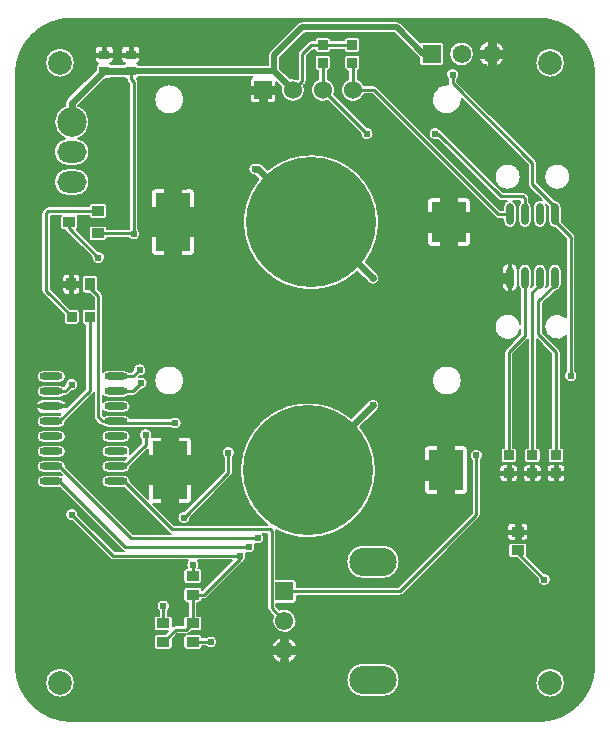
<source format=gbl>
G04 Layer: BottomLayer*
G04 EasyEDA Pro v2.2.27.1, 2024-09-03 10:08:37*
G04 Gerber Generator version 0.3*
G04 Scale: 100 percent, Rotated: No, Reflected: No*
G04 Dimensions in millimeters*
G04 Leading zeros omitted, absolute positions, 3 integers and 5 decimals*
%FSLAX35Y35*%
%MOMM*%
%ADD10C,0.2032*%
%ADD11C,0.79248*%
%ADD12C,0.78008*%
%ADD13C,0.76708*%
%ADD14C,0.32008*%
%ADD15C,0.93758*%
%ADD16C,0.40832*%
%ADD17C,0.4436*%
%ADD18C,0.43708*%
%ADD19C,0.41148*%
%ADD20C,0.55118*%
%ADD21C,1.75508*%
%ADD22C,1.50508*%
%ADD23C,2.50507*%
%ADD24C,0.40508*%
%ADD25C,0.45508*%
%ADD26C,0.30608*%
%ADD27R,1.524X1.524*%
%ADD28C,1.524*%
%ADD29R,0.86401X0.80648*%
%ADD30R,0.86401X0.80648*%
%ADD31R,1.0922X0.8128*%
%ADD32R,1.0922X0.8128*%
%ADD33R,1.55001X1.55001*%
%ADD34C,1.55001*%
%ADD35O,3.99999X2.4*%
%ADD36C,2.49999*%
%ADD37O,2.49999X1.8*%
%ADD38R,0.9X0.8*%
%ADD39R,1.016X0.8128*%
%ADD40R,0.80648X0.86401*%
%ADD41R,1.0922X0.8128*%
%ADD42R,0.8128X1.0922*%
%ADD43O,1.97099X0.60201*%
%ADD44R,2.99999X3.49999*%
%ADD45R,2.99999X4.99999*%
%ADD46C,10.99998*%
%ADD47O,0.63X1.865*%
%ADD48C,1.5748*%
%ADD49R,1.5748X1.5748*%
%ADD50C,2.0*%
%ADD51C,0.61001*%
%ADD52C,0.6096*%
%ADD53C,0.254*%
%ADD54C,0.6*%
%ADD55C,0.5*%
G75*


G04 Copper Start*
G36*
G01X25654Y5500000D02*
G02X500000Y5974346I474346J0D01*
G01X4450000Y5974346D01*
G02X4924346Y5500000I0J-474346D01*
G01X4924346Y500000D01*
G02X4450000Y25654I-474346J0D01*
G01X505310Y25654D01*
G03X499282Y26372I-6028J-24936D01*
G02X25654Y500000I0J473628D01*
G01X25654Y5500000D01*
G37*
%LPC*%
G36*
G01X460406Y2683256D02*
G03X394891Y2756414I-65515J7244D01*
G01X257993Y2756414D01*
G03X257993Y2624586I0J-65914D01*
G01X394891Y2624586D01*
G03X402136Y2624985I0J65914D01*
G01X396385Y2619234D01*
G01X394891Y2619254D01*
G01X257993Y2619254D01*
G03X257993Y2507746I0J-55754D01*
G01X394891Y2507746D01*
G03X450626Y2564994I0J55754D01*
G01X677457Y2791825D01*
G03X686646Y2806590I-27120J27120D01*
G01X686646Y2600000D01*
G03X697880Y2572880I38354J0D01*
G01X734380Y2536380D01*
G03X761500Y2525146I27120J27120D01*
G01X764643Y2525146D01*
G03X805109Y2507746I40466J38354D01*
G01X942007Y2507746D01*
G03X962494Y2511646I0J55754D01*
G01X1333984Y2511646D01*
G03X1431154Y2550000I41016J38354D01*
G03X1333984Y2588354I-56154J0D01*
G01X991915Y2588354D01*
G03X942007Y2619254I-49908J-24854D01*
G01X805109Y2619254D01*
G03X771361Y2607880I0J-55754D01*
G01X763354Y2615887D01*
G01X763354Y2653553D01*
G03X805109Y2634746I41755J36947D01*
G01X942007Y2634746D01*
G03X942007Y2746254I0J55754D01*
G01X805109Y2746254D01*
G03X763354Y2727447I0J-55754D01*
G01X763354Y2780553D01*
G03X805109Y2761746I41755J36947D01*
G01X942007Y2761746D01*
G03X982473Y2779146I0J55754D01*
G01X1017500Y2779146D01*
G03X1044621Y2790380I0J38354D01*
G01X1085618Y2831377D01*
G03X1143102Y2895354I1882J56123D01*
G03X1070147Y2940906I-55602J-7854D01*
G01X1073118Y2943877D01*
G03X1114707Y3039707I1882J56123D01*
G03X1018877Y2998118I-39707J-39707D01*
G01X1003613Y2982854D01*
G01X982473Y2982854D01*
G03X942007Y3000254I-40466J-38354D01*
G01X805109Y3000254D01*
G03X763354Y2981447I0J-55754D01*
G01X763354Y3625000D01*
G03X752120Y3652120I-38354J0D01*
G01X720034Y3684207D01*
G01X720034Y3779610D01*
G03X694380Y3805264I-25654J0D01*
G01X613100Y3805264D01*
G03X587446Y3779610I0J-25654D01*
G01X587446Y3670390D01*
G03X613100Y3644736I25654J0D01*
G01X651023Y3644736D01*
G01X686646Y3609113D01*
G01X686646Y3518855D01*
G01X610013Y3518855D01*
G03X584359Y3493201I0J-25654D01*
G01X584359Y3406800D01*
G03X610013Y3381146I25654J0D01*
G01X611983Y3381146D01*
G01X611983Y2834832D01*
G01X460406Y2683256D01*
G37*
G36*
G01X257993Y2253746D02*
G01X394891Y2253746D01*
G03X394891Y2365254I0J55754D01*
G01X257993Y2365254D01*
G03X257993Y2253746I0J-55754D01*
G37*
G36*
G01X257993Y2380746D02*
G01X394891Y2380746D01*
G03X394891Y2492254I0J55754D01*
G01X257993Y2492254D01*
G03X257993Y2380746I0J-55754D01*
G37*
G36*
G01X430860Y2860101D02*
G03X394891Y2873254I-35969J-42601D01*
G01X257993Y2873254D01*
G03X257993Y2761746I0J-55754D01*
G01X394891Y2761746D01*
G03X435357Y2779146I0J55754D01*
G01X442500Y2779146D01*
G03X469620Y2790380I0J38354D01*
G01X498118Y2818877D01*
G03X539707Y2914707I1882J56123D01*
G03X443877Y2873118I-39707J-39707D01*
G01X430860Y2860101D01*
G37*
G36*
G01X257993Y2888746D02*
G01X394891Y2888746D01*
G03X394891Y3000254I0J55754D01*
G01X257993Y3000254D01*
G03X257993Y2888746I0J-55754D01*
G37*
G36*
G01X450626Y2181007D02*
G03X394891Y2238254I-55734J1494D01*
G01X257993Y2238254D01*
G03X257993Y2126746I0J-55754D01*
G01X394891Y2126746D01*
G01X396385Y2126766D01*
G01X416079Y2107072D01*
G03X394891Y2111254I-21188J-51571D01*
G01X257993Y2111254D01*
G03X257993Y1999746I0J-55754D01*
G01X394891Y1999746D01*
G01X396385Y1999766D01*
G01X420212Y1975939D01*
G03X423267Y1972492I30176J23674D01*
G01X922880Y1472880D01*
G03X938682Y1463354I27120J27120D01*
G01X865887Y1463354D01*
G01X556123Y1773118D01*
G03X460293Y1814707I-56123J1882D01*
G03X501882Y1718877I39707J-39707D01*
G01X822880Y1397880D01*
G03X850000Y1386646I27120J27120D01*
G01X1482451Y1386646D01*
G03X1477510Y1320034I42549J-36646D01*
G01X1470390Y1320034D01*
G03X1444736Y1294380I0J-25654D01*
G01X1444736Y1213100D01*
G03X1470390Y1187446I25654J0D01*
G01X1579610Y1187446D01*
G03X1605264Y1213100I0J25654D01*
G01X1605264Y1294380D01*
G03X1579610Y1320034I-25654J0D01*
G01X1572490Y1320034D01*
G03X1567549Y1386646I-47490J29966D01*
G01X1857405Y1386646D01*
G01X1605373Y1134614D01*
G01X1605112Y1134614D01*
G01X1605264Y1136900D01*
G03X1579610Y1162554I-25654J0D01*
G01X1470390Y1162554D01*
G03X1444736Y1136900I0J-25654D01*
G01X1444736Y1055620D01*
G03X1470390Y1029966I25654J0D01*
G01X1486646Y1029966D01*
G01X1486646Y920034D01*
G01X1470390Y920034D01*
G03X1444736Y894380I0J-25654D01*
G01X1444736Y838354D01*
G01X1378740Y838354D01*
G03X1355264Y830330I0J-38354D01*
G01X1355264Y894380D01*
G03X1329610Y920034I-25654J0D01*
G01X1313354Y920034D01*
G01X1313354Y958984D01*
G03X1275000Y1056154I-38354J41016D01*
G03X1236646Y958984I0J-56154D01*
G01X1236646Y920034D01*
G01X1220390Y920034D01*
G03X1194736Y894380I0J-25654D01*
G01X1194736Y813100D01*
G03X1220390Y787446I25654J0D01*
G01X1311945Y787446D01*
G01X1287053Y762554D01*
G01X1220390Y762554D01*
G03X1194736Y736900I0J-25654D01*
G01X1194736Y655620D01*
G03X1220390Y629966I25654J0D01*
G01X1329610Y629966D01*
G03X1355264Y655620I0J25654D01*
G01X1355264Y722283D01*
G01X1394627Y761646D01*
G01X1463625Y761646D01*
G03X1444736Y736900I6765J-24746D01*
G01X1444736Y655620D01*
G03X1470390Y629966I25654J0D01*
G01X1579610Y629966D01*
G03X1605264Y655620I0J25654D01*
G01X1605264Y657906D01*
G01X1633984Y657906D01*
G03X1731154Y696260I41016J38354D01*
G03X1633984Y734614I-56154J0D01*
G01X1605264Y734614D01*
G01X1605264Y736900D01*
G03X1579610Y762554I-25654J0D01*
G01X1479556Y762554D01*
G03X1498380Y772880I-8296J37446D01*
G01X1512947Y787446D01*
G01X1579610Y787446D01*
G03X1605264Y813100I0J25654D01*
G01X1605264Y894380D01*
G03X1579610Y920034I-25654J0D01*
G01X1563354Y920034D01*
G01X1563354Y1029966D01*
G01X1579610Y1029966D01*
G03X1605264Y1055620I0J25654D01*
G01X1605264Y1057906D01*
G01X1621260Y1057906D01*
G03X1648381Y1069140I0J38354D01*
G01X1952120Y1372880D01*
G03X1956998Y1378854I-27120J27120D01*
G03X1975554Y1449446I-31998J46146D01*
G03X2050554Y1524446I24446J50554D01*
G03X2117549Y1611646I24446J50554D01*
G01X2154607Y1611646D01*
G01X2154607Y982028D01*
G03X2165840Y954908I38354J0D01*
G01X2205156Y915592D01*
G03X2372930Y802059I94832J-40592D01*
G03X2259397Y969832I-72941J72941D01*
G01X2231315Y997915D01*
G01X2231315Y1021832D01*
G01X2377489Y1021832D01*
G03X2403143Y1047486I0J25654D01*
G01X2403143Y1086633D01*
G01X3274987Y1086633D01*
G03X3302107Y1097866I0J38354D01*
G01X3952120Y1747880D01*
G03X3963354Y1775000I-27120J27120D01*
G01X3963354Y2233984D01*
G03X3925000Y2331154I-38354J41016D01*
G03X3886646Y2233984I0J-56154D01*
G01X3886646Y1790887D01*
G01X3259100Y1163341D01*
G01X2403143Y1163341D01*
G01X2403143Y1202487D01*
G03X2377489Y1228141I-25654J0D01*
G01X2231315Y1228141D01*
G01X2231315Y1632040D01*
G03X2230122Y1641530I-38354J0D01*
G03X2944495Y2515788I269878J508470D01*
G01X3084064Y2655358D01*
G03X3089707Y2739707I-34064J44642D01*
G03X3005358Y2734064I-39707J-39707D01*
G01X2865788Y2594495D01*
G03X2046797Y2504942I-365788J-444495D01*
G03X2156112Y1688354I453203J-354942D01*
G01X1363394Y1688354D01*
G01X1187562Y1864187D01*
G01X1481600Y1864187D01*
G03X1517414Y1900001I0J35814D01*
G01X1517414Y2400000D01*
G03X1481600Y2435814I-35814J0D01*
G01X1181600Y2435814D01*
G01X1179314Y2435740D01*
G03X1109423Y2503951I-54314J14260D01*
G03X1086646Y2408985I15577J-53951D01*
G01X1086646Y2381380D01*
G01X993579Y2288312D01*
G03X942007Y2365254I-51571J21188D01*
G01X805109Y2365254D01*
G03X805109Y2253746I0J-55754D01*
G01X942007Y2253746D01*
G03X963195Y2257929I0J55754D01*
G01X943501Y2238234D01*
G01X942007Y2238254D01*
G01X805109Y2238254D01*
G03X805109Y2126746I0J-55754D01*
G01X942007Y2126746D01*
G03X997742Y2183994I0J55754D01*
G01X1145786Y2332038D01*
G01X1145786Y1905962D01*
G01X997742Y2054007D01*
G03X942007Y2111254I-55734J1494D01*
G01X805109Y2111254D01*
G03X805109Y1999746I0J-55754D01*
G01X942007Y1999746D01*
G01X943501Y1999766D01*
G01X1320387Y1622880D01*
G03X1336189Y1613354I27120J27120D01*
G01X1018278Y1613354D01*
G01X450626Y2181007D01*
G37*
G36*
G01X433686Y3464614D02*
G01X433686Y3406800D01*
G03X459340Y3381146I25654J0D01*
G01X539987Y3381146D01*
G03X565641Y3406800I0J25654D01*
G01X565641Y3493201D01*
G03X539987Y3518855I-25654J0D01*
G01X487927Y3518855D01*
G01X320394Y3686387D01*
G01X320394Y4306896D01*
G01X407434Y4306896D01*
G03X401626Y4290640I19846J-16256D01*
G01X401626Y4209360D01*
G03X427280Y4183706I25654J0D01*
G01X442074Y4183706D01*
G03X450960Y4169800I36006J13214D01*
G01X668877Y3951882D01*
G03X764707Y3910293I56123J-1882D01*
G03X723118Y4006123I-39707J39707D01*
G01X541954Y4187287D01*
G03X554534Y4209360I-13073J22073D01*
G01X554534Y4290640D01*
G03X548726Y4306896I-25654J0D01*
G01X645466Y4306896D01*
G01X645466Y4304610D01*
G03X671120Y4278956I25654J0D01*
G01X772720Y4278956D01*
G03X798374Y4304610I0J25654D01*
G01X798374Y4385890D01*
G03X772720Y4411544I-25654J0D01*
G01X671120Y4411544D01*
G03X645466Y4385890I0J-25654D01*
G01X645466Y4383604D01*
G01X300000Y4383604D01*
G03X272879Y4372370I0J-38354D01*
G01X254919Y4354410D01*
G03X243686Y4327290I27121J-27120D01*
G01X243686Y3670501D01*
G03X254919Y3643380I38354J0D01*
G01X433686Y3464614D01*
G37*
G36*
G01X274346Y5600000D02*
G03X525654Y5600000I125654J0D01*
G03X274346Y5600000I-125654J0D01*
G37*
G36*
G01X274346Y350000D02*
G03X525654Y350000I125654J0D01*
G03X274346Y350000I-125654J0D01*
G37*
G36*
G01X798374Y4193104D02*
G01X798374Y4195390D01*
G03X772720Y4221044I-25654J0D01*
G01X671120Y4221044D01*
G03X645466Y4195390I0J-25654D01*
G01X645466Y4114110D01*
G03X671120Y4088456I25654J0D01*
G01X772720Y4088456D01*
G03X798374Y4114110I0J25654D01*
G01X798374Y4116396D01*
G01X980010Y4116396D01*
G03X1062457Y4108164I44990J33604D01*
G03X1063354Y4191016I-37457J41836D01*
G01X1063354Y5439598D01*
G03X1053132Y5465667I-38354J0D01*
G03X1068337Y5479344I-8132J24331D01*
G01X2029230Y5479344D01*
G03X2006986Y5446200I13570J-33144D01*
G01X2006986Y5293800D01*
G03X2042800Y5257986I35814J0D01*
G01X2195200Y5257986D01*
G03X2231014Y5293800I0J35814D01*
G01X2231014Y5440351D01*
G01X2274699Y5396666D01*
G03X2379841Y5268376I98301J-26666D01*
G03X2466841Y5409600I-6841J101624D01*
G01X2477121Y5419880D01*
G03X2488354Y5447000I-27120J27120D01*
G01X2488354Y5659113D01*
G01X2541223Y5711983D01*
G01X2556146Y5711983D01*
G01X2556146Y5710013D01*
G03X2581800Y5684359I25654J0D01*
G01X2668200Y5684359D01*
G03X2693854Y5710013I0J25654D01*
G01X2693854Y5711983D01*
G01X2806146Y5711983D01*
G01X2806146Y5710013D01*
G03X2831800Y5684359I25654J0D01*
G01X2918200Y5684359D01*
G03X2943854Y5710013I0J25654D01*
G01X2943854Y5790661D01*
G03X2918200Y5816315I-25654J0D01*
G01X2831800Y5816315D01*
G03X2806146Y5790661I0J-25654D01*
G01X2806146Y5788691D01*
G01X2693854Y5788691D01*
G01X2693854Y5790661D01*
G03X2668200Y5816315I-25654J0D01*
G01X2581800Y5816315D01*
G03X2556146Y5790661I0J-25654D01*
G01X2556146Y5788691D01*
G01X2525337Y5788691D01*
G03X2498216Y5777457I0J-38354D01*
G01X2422880Y5702120D01*
G03X2411646Y5675000I27120J-27120D01*
G01X2411646Y5464238D01*
G03X2346334Y5468302I-38646J-94238D01*
G01X2263656Y5550979D01*
G01X2263656Y5642021D01*
G01X2470982Y5849346D01*
G01X3229019Y5849346D01*
G01X3439182Y5639182D01*
G03X3441606Y5636913I35818J35818D01*
G01X3441606Y5596260D01*
G03X3467260Y5570606I25654J0D01*
G01X3624740Y5570606D01*
G03X3650394Y5596260I0J25654D01*
G01X3650394Y5753740D01*
G03X3624740Y5779394I-25654J0D01*
G01X3467260Y5779394D01*
G03X3449441Y5772195I0J-25654D01*
G01X3285818Y5935818D01*
G03X3250000Y5950654I-35818J-35818D01*
G01X2450000Y5950654D01*
G03X2414182Y5935818I0J-50654D01*
G01X2177185Y5698820D01*
G03X2162348Y5663002I35818J-35818D01*
G01X2162348Y5584149D01*
G03X2153567Y5580652I9691J-37110D01*
G01X1068337Y5580652D01*
G03X1051569Y5594796I-23337J-10654D01*
G03X1080814Y5630003I-6569J35206D01*
G01X1080814Y5710003D01*
G03X1045000Y5745817I-35814J0D01*
G01X955000Y5745817D01*
G03X919186Y5710003I0J-35814D01*
G01X919186Y5630003D01*
G03X948431Y5594796I35814J0D01*
G03X934676Y5585652I6569J-24799D01*
G01X840324Y5585652D01*
G03X826569Y5594796I-20324J-15654D01*
G03X855814Y5630003I-6569J35206D01*
G01X855814Y5710003D01*
G03X820000Y5745817I-35814J0D01*
G01X730000Y5745817D01*
G03X694186Y5710003I0J-35814D01*
G01X694186Y5630003D01*
G03X723431Y5594796I35814J0D01*
G03X704346Y5569998I6569J-24799D01*
G01X704346Y5543050D01*
G01X460647Y5299351D01*
G03X444346Y5259998I39353J-39353D01*
G01X444346Y5238004D01*
G03X444708Y4957866I55654J-139997D01*
G03X465000Y4728353I20292J-113860D01*
G01X535000Y4728353D01*
G03X555292Y4957866I0J115654D01*
G03X556410Y5237701I-55292J140140D01*
G01X783053Y5464344D01*
G01X820000Y5464344D01*
G03X840324Y5474344I0J25654D01*
G01X934676Y5474344D01*
G03X955000Y5464344I20324J15654D01*
G01X961647Y5464344D01*
G03X972880Y5437478I38353J254D01*
G01X986646Y5423711D01*
G01X986646Y4193104D01*
G01X798374Y4193104D01*
G37*
G36*
G01X465000Y4474353D02*
G01X535000Y4474353D01*
G03X535000Y4705661I0J115654D01*
G01X465000Y4705661D01*
G03X465000Y4474353I0J-115654D01*
G37*
G36*
G01X419806Y3670390D02*
G03X455620Y3634576I35814J0D01*
G01X536900Y3634576D01*
G03X572714Y3670390I0J35814D01*
G01X572714Y3779610D01*
G03X536900Y3815424I-35814J0D01*
G01X455620Y3815424D01*
G03X419806Y3779610I0J-35814D01*
G01X419806Y3670390D01*
G37*
G36*
G01X805109Y2380746D02*
G01X942007Y2380746D01*
G03X942007Y2492254I0J55754D01*
G01X805109Y2492254D01*
G03X805109Y2380746I0J-55754D01*
G37*
G36*
G01X1506600Y3964187D02*
G03X1542414Y4000001I0J35814D01*
G01X1542414Y4500000D01*
G03X1506600Y4535814I-35814J0D01*
G01X1206600Y4535814D01*
G03X1170786Y4500000I0J-35814D01*
G01X1170786Y4000001D01*
G03X1206600Y3964187I35814J0D01*
G01X1506600Y3964187D01*
G37*
G36*
G01X1452250Y5289990D02*
G03X1197742Y5289990I-127254J0D01*
G03X1452250Y5289990I127254J0D01*
G37*
G36*
G01X1452250Y2910010D02*
G03X1197742Y2910010I-127254J0D01*
G03X1452250Y2910010I127254J0D01*
G37*
G36*
G01X1863354Y2258984D02*
G03X1825000Y2356154I-38354J41016D01*
G03X1786646Y2258984I0J-56154D01*
G01X1786646Y2140887D01*
G01X1451882Y1806123D01*
G03X1410293Y1710293I-1882J-56123D01*
G03X1506123Y1751882I39707J39707D01*
G01X1852121Y2097880D01*
G03X1863354Y2125000I-27120J27120D01*
G01X1863354Y2258984D01*
G37*
G36*
G01X2080506Y4615788D02*
G03X2917442Y3828852I444494J-365788D01*
G01X3005358Y3740936D01*
G03X3089707Y3735293I44642J34064D01*
G03X3084064Y3819642I-39707J39707D01*
G01X2991282Y3912425D01*
G03X2159212Y4694495I-466282J337576D01*
G01X2114353Y4739354D01*
G03X2075000Y4755654I-39353J-39353D01*
G01X2057480Y4755654D01*
G03X1993904Y4702552I-7480J-55654D01*
G03X2052397Y4643897I56096J-2551D01*
G01X2080506Y4615788D01*
G37*
G36*
G01X2299989Y738302D02*
G03X2299989Y511673I0J-113314D01*
G03X2299989Y738302I0J113314D01*
G37*
G36*
G01X2943877Y5001882D02*
G03X3039707Y4960293I56123J-1882D01*
G03X2998118Y5056123I-39707J39707D01*
G01X2721711Y5332530D01*
G03X2665354Y5464357I-94711J37470D01*
G01X2665354Y5533686D01*
G01X2668200Y5533686D01*
G03X2693854Y5559340I0J25654D01*
G01X2693854Y5639988D01*
G03X2668200Y5665642I-25654J0D01*
G01X2581800Y5665642D01*
G03X2556146Y5639988I0J-25654D01*
G01X2556146Y5559340D01*
G03X2581800Y5533686I25654J0D01*
G01X2588646Y5533686D01*
G01X2588646Y5464357D01*
G03X2533341Y5329972I38354J-94357D01*
G03X2668690Y5277069I93659J40028D01*
G01X2943877Y5001882D01*
G37*
G36*
G01X3082121Y5397121D02*
G03X3055000Y5408354I-27120J-27120D01*
G01X2975357Y5408354D01*
G03X2919354Y5464357I-94357J-38354D01*
G01X2919354Y5533712D01*
G03X2943854Y5559340I-1154J25628D01*
G01X2943854Y5639988D01*
G03X2918200Y5665642I-25654J0D01*
G01X2831800Y5665642D01*
G03X2806146Y5639988I0J-25654D01*
G01X2806146Y5559340D01*
G03X2831800Y5533686I25654J0D01*
G01X2842646Y5533686D01*
G01X2842646Y5464357D01*
G03X2808978Y5297979I38354J-94357D01*
G03X2975357Y5331646I72022J72022D01*
G01X3039113Y5331646D01*
G01X4079630Y4291129D01*
G03X4106751Y4279895I27120J27120D01*
G01X4152346Y4279895D01*
G01X4152346Y4256499D01*
G03X4266654Y4256499I57154J0D01*
G01X4266654Y4379999D01*
G03X4237885Y4429607I-57154J0D01*
G01X4298146Y4429607D01*
G01X4298146Y4422373D01*
G03X4279346Y4379999I38354J-42374D01*
G01X4279346Y4256499D01*
G03X4393654Y4256499I57154J0D01*
G01X4393654Y4379999D01*
G03X4374854Y4422373I-57154J0D01*
G01X4374854Y4450000D01*
G03X4363620Y4477121I-38354J0D01*
G01X4345660Y4495081D01*
G03X4318540Y4506315I-27120J-27120D01*
G01X4147926Y4506315D01*
G01X3627121Y5027121D01*
G03X3621146Y5031998I-27120J-27120D01*
G03X3521003Y5015416I-46146J-31998D01*
G03X3597297Y4948462I53997J-15415D01*
G01X4104919Y4440840D01*
G03X4132040Y4429607I27120J27120D01*
G01X4181116Y4429607D01*
G03X4152346Y4379999I28385J-49607D01*
G01X4152346Y4356603D01*
G01X4122637Y4356603D01*
G01X3082121Y5397121D01*
G37*
G36*
G01X2970000Y229347D02*
G01X3130000Y229347D01*
G03X3130000Y520655I0J145654D01*
G01X2970000Y520655D01*
G03X2970000Y229347I0J-145654D01*
G37*
G36*
G01X2970000Y1229345D02*
G01X3130000Y1229345D01*
G03X3130000Y1520653I0J145654D01*
G01X2970000Y1520653D01*
G03X2970000Y1229345I0J-145654D01*
G37*
G36*
G01X3818400Y1939186D02*
G03X3854214Y1975000I0J35814D01*
G01X3854214Y2325000D01*
G03X3818400Y2360814I-35814J0D01*
G01X3518400Y2360814D01*
G03X3482586Y2325000I0J-35814D01*
G01X3482586Y1975000D01*
G03X3518400Y1939186I35814J0D01*
G01X3818400Y1939186D01*
G37*
G36*
G01X3843400Y4039186D02*
G03X3879214Y4075000I0J35814D01*
G01X3879214Y4425000D01*
G03X3843400Y4460814I-35814J0D01*
G01X3543400Y4460814D01*
G03X3507586Y4425000I0J-35814D01*
G01X3507586Y4075000D01*
G03X3543400Y4039186I35814J0D01*
G01X3843400Y4039186D01*
G37*
G36*
G01X4725000Y2893846D02*
G03X4763354Y2991016I0J56154D01*
G01X4763354Y4122000D01*
G03X4752121Y4149120I-38354J0D01*
G01X4647583Y4253657D01*
G03X4647654Y4256499I-57083J2842D01*
G01X4647654Y4379999D01*
G03X4587658Y4437082I-57154J0D01*
G01X4438354Y4586386D01*
G01X4438354Y4750000D01*
G03X4427120Y4777121I-38354J0D01*
G01X3763354Y5440887D01*
G01X3763354Y5458985D01*
G03X3725000Y5556154I-38354J41016D01*
G03X3686646Y5458985I0J-56154D01*
G01X3686646Y5425000D01*
G03X3687572Y5416622I38354J0D01*
G03X3581888Y5203256I-12568J-126632D01*
G03X3802208Y5293551I93117J86735D01*
G01X4361646Y4734113D01*
G01X4361646Y4570499D01*
G03X4372880Y4543379I38354J0D01*
G01X4482279Y4433980D01*
G03X4406346Y4379999I-18778J-53981D01*
G01X4406346Y4256499D01*
G03X4520654Y4256499I57154J0D01*
G01X4520654Y4379999D01*
G03X4517481Y4398778I-57154J0D01*
G01X4533417Y4382842D01*
G03X4533346Y4379999I57083J-2842D01*
G01X4533346Y4256499D01*
G03X4593342Y4199416I57154J0D01*
G01X4686646Y4106113D01*
G01X4686646Y3444819D01*
G03X4499352Y3365000I-76639J-79819D01*
G03X4686646Y3285181I110655J0D01*
G01X4686646Y2991016D01*
G03X4725000Y2893846I38354J-41016D01*
G37*
G36*
G01X3802258Y2910010D02*
G03X3547750Y2910010I-127254J0D01*
G03X3802258Y2910010I127254J0D01*
G37*
G36*
G01X3695606Y5675000D02*
G03X3904394Y5675000I104394J0D01*
G03X3695606Y5675000I-104394J0D01*
G37*
G36*
G01X3939446Y5675000D02*
G03X4168554Y5675000I114554J0D01*
G03X3939446Y5675000I-114554J0D01*
G37*
G36*
G01X4300648Y4635000D02*
G03X4079338Y4635000I-110655J0D01*
G03X4300648Y4635000I110655J0D01*
G37*
G36*
G01X4161646Y2341314D02*
G01X4156800Y2341314D01*
G03X4131146Y2315660I0J-25654D01*
G01X4131146Y2235013D01*
G03X4156800Y2209359I25654J0D01*
G01X4243201Y2209359D01*
G03X4268855Y2235013I0J25654D01*
G01X4268855Y2315660D01*
G03X4243201Y2341314I-25654J0D01*
G01X4238354Y2341314D01*
G01X4238354Y3134114D01*
G01X4361646Y3257405D01*
G01X4361646Y2341314D01*
G01X4356800Y2341314D01*
G03X4331146Y2315660I0J-25654D01*
G01X4331146Y2235013D01*
G03X4356800Y2209359I25654J0D01*
G01X4443200Y2209359D01*
G03X4468854Y2235013I0J25654D01*
G01X4468854Y2315660D01*
G03X4443200Y2341314I-25654J0D01*
G01X4438354Y2341314D01*
G01X4438354Y3257405D01*
G01X4561646Y3134113D01*
G01X4561646Y2341314D01*
G01X4556800Y2341314D01*
G03X4531146Y2315660I0J-25654D01*
G01X4531146Y2235013D01*
G03X4556800Y2209359I25654J0D01*
G01X4643201Y2209359D01*
G03X4668855Y2235013I0J25654D01*
G01X4668855Y2315660D01*
G03X4643201Y2341314I-25654J0D01*
G01X4638354Y2341314D01*
G01X4638354Y3150000D01*
G03X4627121Y3177120I-38354J0D01*
G01X4488354Y3315887D01*
G01X4488354Y3563614D01*
G01X4587658Y3662918D01*
G03X4647654Y3720001I2842J57083D01*
G01X4647654Y3843501D01*
G03X4533346Y3843501I-57154J0D01*
G01X4533346Y3720001D01*
G03X4533417Y3717158I57154J0D01*
G01X4517481Y3701222D01*
G03X4520654Y3720001I-53981J18778D01*
G01X4520654Y3843501D01*
G03X4406346Y3843501I-57154J0D01*
G01X4406346Y3720001D01*
G03X4406417Y3717158I57154J0D01*
G01X4390481Y3701222D01*
G03X4393654Y3720001I-53981J18778D01*
G01X4393654Y3843501D01*
G03X4279346Y3843501I-57154J0D01*
G01X4279346Y3720001D01*
G03X4298146Y3677627I57154J0D01*
G01X4298146Y3388397D01*
G03X4079338Y3365000I-108153J-23397D01*
G03X4298146Y3341603I110655J0D01*
G01X4298146Y3302387D01*
G01X4172880Y3177121D01*
G03X4161646Y3150000I27120J-27120D01*
G01X4161646Y2341314D01*
G37*
G36*
G01X4156800Y2200802D02*
G03X4120986Y2164988I0J-35814D01*
G01X4120986Y2084340D01*
G03X4156800Y2048526I35814J0D01*
G01X4243201Y2048526D01*
G03X4279015Y2084340I0J35814D01*
G01X4279015Y2164988D01*
G03X4243201Y2200802I-35814J0D01*
G01X4156800Y2200802D01*
G37*
G36*
G01X4142186Y3843501D02*
G01X4142186Y3720001D01*
G03X4276814Y3720001I67314J0D01*
G01X4276814Y3843501D01*
G03X4142186Y3843501I-67314J0D01*
G37*
G36*
G01X4220390Y1705194D02*
G03X4184576Y1669380I0J-35814D01*
G01X4184576Y1588100D01*
G03X4220390Y1552286I35814J0D01*
G01X4329610Y1552286D01*
G03X4365424Y1588100I0J35814D01*
G01X4365424Y1669380D01*
G03X4329610Y1705194I-35814J0D01*
G01X4220390Y1705194D01*
G37*
G36*
G01X4354572Y1424703D02*
G03X4355264Y1430620I-24962J5917D01*
G01X4355264Y1511900D01*
G03X4329610Y1537554I-25654J0D01*
G01X4220390Y1537554D01*
G03X4194736Y1511900I0J-25654D01*
G01X4194736Y1430620D01*
G03X4220390Y1404966I25654J0D01*
G01X4265805Y1404966D01*
G01X4444022Y1226864D01*
G03X4539866Y1185306I56123J-1864D01*
G03X4498246Y1281122I-39720J39694D01*
G01X4354572Y1424703D01*
G37*
G36*
G01X4356800Y2200802D02*
G03X4320986Y2164988I0J-35814D01*
G01X4320986Y2084340D01*
G03X4356800Y2048526I35814J0D01*
G01X4443200Y2048526D01*
G03X4479014Y2084340I0J35814D01*
G01X4479014Y2164988D01*
G03X4443200Y2200802I-35814J0D01*
G01X4356800Y2200802D01*
G37*
G36*
G01X4424346Y5600000D02*
G03X4675654Y5600000I125654J0D01*
G03X4424346Y5600000I-125654J0D01*
G37*
G36*
G01X4424346Y350000D02*
G03X4675654Y350000I125654J0D01*
G03X4424346Y350000I-125654J0D01*
G37*
G36*
G01X4720662Y4635000D02*
G03X4499352Y4635000I-110655J0D01*
G03X4720662Y4635000I110655J0D01*
G37*
G36*
G01X4556800Y2200802D02*
G03X4520986Y2164988I0J-35814D01*
G01X4520986Y2084340D01*
G03X4556800Y2048526I35814J0D01*
G01X4643201Y2048526D01*
G03X4679015Y2084340I0J35814D01*
G01X4679015Y2164988D01*
G03X4643201Y2200802I-35814J0D01*
G01X4556800Y2200802D01*
G37*
%LPD*%
G54D10*
G01X25654Y5500000D02*
G02X500000Y5974346I474346J0D01*
G01X4450000Y5974346D01*
G02X4924346Y5500000I0J-474346D01*
G01X4924346Y500000D01*
G02X4450000Y25654I-474346J0D01*
G01X505310Y25654D01*
G03X499282Y26372I-6028J-24936D01*
G02X25654Y500000I0J473628D01*
G01X25654Y5500000D01*
G01X460406Y2683256D02*
G03X394891Y2756414I-65515J7244D01*
G01X257993Y2756414D01*
G03X257993Y2624586I0J-65914D01*
G01X394891Y2624586D01*
G03X402136Y2624985I0J65914D01*
G01X396385Y2619234D01*
G01X394891Y2619254D01*
G01X257993Y2619254D01*
G03X257993Y2507746I0J-55754D01*
G01X394891Y2507746D01*
G03X450626Y2564994I0J55754D01*
G01X677457Y2791825D01*
G03X686646Y2806590I-27120J27120D01*
G01X686646Y2600000D01*
G03X697880Y2572880I38354J0D01*
G01X734380Y2536380D01*
G03X761500Y2525146I27120J27120D01*
G01X764643Y2525146D01*
G03X805109Y2507746I40466J38354D01*
G01X942007Y2507746D01*
G03X962494Y2511646I0J55754D01*
G01X1333984Y2511646D01*
G03X1431154Y2550000I41016J38354D01*
G03X1333984Y2588354I-56154J0D01*
G01X991915Y2588354D01*
G03X942007Y2619254I-49908J-24854D01*
G01X805109Y2619254D01*
G03X771361Y2607880I0J-55754D01*
G01X763354Y2615887D01*
G01X763354Y2653553D01*
G03X805109Y2634746I41755J36947D01*
G01X942007Y2634746D01*
G03X942007Y2746254I0J55754D01*
G01X805109Y2746254D01*
G03X763354Y2727447I0J-55754D01*
G01X763354Y2780553D01*
G03X805109Y2761746I41755J36947D01*
G01X942007Y2761746D01*
G03X982473Y2779146I0J55754D01*
G01X1017500Y2779146D01*
G03X1044621Y2790380I0J38354D01*
G01X1085618Y2831377D01*
G03X1143102Y2895354I1882J56123D01*
G03X1070147Y2940906I-55602J-7854D01*
G01X1073118Y2943877D01*
G03X1114707Y3039707I1882J56123D01*
G03X1018877Y2998118I-39707J-39707D01*
G01X1003613Y2982854D01*
G01X982473Y2982854D01*
G03X942007Y3000254I-40466J-38354D01*
G01X805109Y3000254D01*
G03X763354Y2981447I0J-55754D01*
G01X763354Y3625000D01*
G03X752120Y3652120I-38354J0D01*
G01X720034Y3684207D01*
G01X720034Y3779610D01*
G03X694380Y3805264I-25654J0D01*
G01X613100Y3805264D01*
G03X587446Y3779610I0J-25654D01*
G01X587446Y3670390D01*
G03X613100Y3644736I25654J0D01*
G01X651023Y3644736D01*
G01X686646Y3609113D01*
G01X686646Y3518855D01*
G01X610013Y3518855D01*
G03X584359Y3493201I0J-25654D01*
G01X584359Y3406800D01*
G03X610013Y3381146I25654J0D01*
G01X611983Y3381146D01*
G01X611983Y2834832D01*
G01X460406Y2683256D01*
G01X257993Y2253746D02*
G01X394891Y2253746D01*
G03X394891Y2365254I0J55754D01*
G01X257993Y2365254D01*
G03X257993Y2253746I0J-55754D01*
G01X257993Y2380746D02*
G01X394891Y2380746D01*
G03X394891Y2492254I0J55754D01*
G01X257993Y2492254D01*
G03X257993Y2380746I0J-55754D01*
G01X430860Y2860101D02*
G03X394891Y2873254I-35969J-42601D01*
G01X257993Y2873254D01*
G03X257993Y2761746I0J-55754D01*
G01X394891Y2761746D01*
G03X435357Y2779146I0J55754D01*
G01X442500Y2779146D01*
G03X469620Y2790380I0J38354D01*
G01X498118Y2818877D01*
G03X539707Y2914707I1882J56123D01*
G03X443877Y2873118I-39707J-39707D01*
G01X430860Y2860101D01*
G01X257993Y2888746D02*
G01X394891Y2888746D01*
G03X394891Y3000254I0J55754D01*
G01X257993Y3000254D01*
G03X257993Y2888746I0J-55754D01*
G01X450626Y2181007D02*
G03X394891Y2238254I-55734J1494D01*
G01X257993Y2238254D01*
G03X257993Y2126746I0J-55754D01*
G01X394891Y2126746D01*
G01X396385Y2126766D01*
G01X416079Y2107072D01*
G03X394891Y2111254I-21188J-51571D01*
G01X257993Y2111254D01*
G03X257993Y1999746I0J-55754D01*
G01X394891Y1999746D01*
G01X396385Y1999766D01*
G01X420212Y1975939D01*
G03X423267Y1972492I30176J23674D01*
G01X922880Y1472880D01*
G03X938682Y1463354I27120J27120D01*
G01X865887Y1463354D01*
G01X556123Y1773118D01*
G03X460293Y1814707I-56123J1882D01*
G03X501882Y1718877I39707J-39707D01*
G01X822880Y1397880D01*
G03X850000Y1386646I27120J27120D01*
G01X1482451Y1386646D01*
G03X1477510Y1320034I42549J-36646D01*
G01X1470390Y1320034D01*
G03X1444736Y1294380I0J-25654D01*
G01X1444736Y1213100D01*
G03X1470390Y1187446I25654J0D01*
G01X1579610Y1187446D01*
G03X1605264Y1213100I0J25654D01*
G01X1605264Y1294380D01*
G03X1579610Y1320034I-25654J0D01*
G01X1572490Y1320034D01*
G03X1567549Y1386646I-47490J29966D01*
G01X1857405Y1386646D01*
G01X1605373Y1134614D01*
G01X1605112Y1134614D01*
G01X1605264Y1136900D01*
G03X1579610Y1162554I-25654J0D01*
G01X1470390Y1162554D01*
G03X1444736Y1136900I0J-25654D01*
G01X1444736Y1055620D01*
G03X1470390Y1029966I25654J0D01*
G01X1486646Y1029966D01*
G01X1486646Y920034D01*
G01X1470390Y920034D01*
G03X1444736Y894380I0J-25654D01*
G01X1444736Y838354D01*
G01X1378740Y838354D01*
G03X1355264Y830330I0J-38354D01*
G01X1355264Y894380D01*
G03X1329610Y920034I-25654J0D01*
G01X1313354Y920034D01*
G01X1313354Y958984D01*
G03X1275000Y1056154I-38354J41016D01*
G03X1236646Y958984I0J-56154D01*
G01X1236646Y920034D01*
G01X1220390Y920034D01*
G03X1194736Y894380I0J-25654D01*
G01X1194736Y813100D01*
G03X1220390Y787446I25654J0D01*
G01X1311945Y787446D01*
G01X1287053Y762554D01*
G01X1220390Y762554D01*
G03X1194736Y736900I0J-25654D01*
G01X1194736Y655620D01*
G03X1220390Y629966I25654J0D01*
G01X1329610Y629966D01*
G03X1355264Y655620I0J25654D01*
G01X1355264Y722283D01*
G01X1394627Y761646D01*
G01X1463625Y761646D01*
G03X1444736Y736900I6765J-24746D01*
G01X1444736Y655620D01*
G03X1470390Y629966I25654J0D01*
G01X1579610Y629966D01*
G03X1605264Y655620I0J25654D01*
G01X1605264Y657906D01*
G01X1633984Y657906D01*
G03X1731154Y696260I41016J38354D01*
G03X1633984Y734614I-56154J0D01*
G01X1605264Y734614D01*
G01X1605264Y736900D01*
G03X1579610Y762554I-25654J0D01*
G01X1479556Y762554D01*
G03X1498380Y772880I-8296J37446D01*
G01X1512947Y787446D01*
G01X1579610Y787446D01*
G03X1605264Y813100I0J25654D01*
G01X1605264Y894380D01*
G03X1579610Y920034I-25654J0D01*
G01X1563354Y920034D01*
G01X1563354Y1029966D01*
G01X1579610Y1029966D01*
G03X1605264Y1055620I0J25654D01*
G01X1605264Y1057906D01*
G01X1621260Y1057906D01*
G03X1648381Y1069140I0J38354D01*
G01X1952120Y1372880D01*
G03X1956998Y1378854I-27120J27120D01*
G03X1975554Y1449446I-31998J46146D01*
G03X2050554Y1524446I24446J50554D01*
G03X2117549Y1611646I24446J50554D01*
G01X2154607Y1611646D01*
G01X2154607Y982028D01*
G03X2165840Y954908I38354J0D01*
G01X2205156Y915592D01*
G03X2372930Y802059I94832J-40592D01*
G03X2259397Y969832I-72941J72941D01*
G01X2231315Y997915D01*
G01X2231315Y1021832D01*
G01X2377489Y1021832D01*
G03X2403143Y1047486I0J25654D01*
G01X2403143Y1086633D01*
G01X3274987Y1086633D01*
G03X3302107Y1097866I0J38354D01*
G01X3952120Y1747880D01*
G03X3963354Y1775000I-27120J27120D01*
G01X3963354Y2233984D01*
G03X3925000Y2331154I-38354J41016D01*
G03X3886646Y2233984I0J-56154D01*
G01X3886646Y1790887D01*
G01X3259100Y1163341D01*
G01X2403143Y1163341D01*
G01X2403143Y1202487D01*
G03X2377489Y1228141I-25654J0D01*
G01X2231315Y1228141D01*
G01X2231315Y1632040D01*
G03X2230122Y1641530I-38354J0D01*
G03X2944495Y2515788I269878J508470D01*
G01X3084064Y2655358D01*
G03X3089707Y2739707I-34064J44642D01*
G03X3005358Y2734064I-39707J-39707D01*
G01X2865788Y2594495D01*
G03X2046797Y2504942I-365788J-444495D01*
G03X2156112Y1688354I453203J-354942D01*
G01X1363394Y1688354D01*
G01X1187562Y1864187D01*
G01X1481600Y1864187D01*
G03X1517414Y1900001I0J35814D01*
G01X1517414Y2400000D01*
G03X1481600Y2435814I-35814J0D01*
G01X1181600Y2435814D01*
G01X1179314Y2435740D01*
G03X1109423Y2503951I-54314J14260D01*
G03X1086646Y2408985I15577J-53951D01*
G01X1086646Y2381380D01*
G01X993579Y2288312D01*
G03X942007Y2365254I-51571J21188D01*
G01X805109Y2365254D01*
G03X805109Y2253746I0J-55754D01*
G01X942007Y2253746D01*
G03X963195Y2257929I0J55754D01*
G01X943501Y2238234D01*
G01X942007Y2238254D01*
G01X805109Y2238254D01*
G03X805109Y2126746I0J-55754D01*
G01X942007Y2126746D01*
G03X997742Y2183994I0J55754D01*
G01X1145786Y2332038D01*
G01X1145786Y1905962D01*
G01X997742Y2054007D01*
G03X942007Y2111254I-55734J1494D01*
G01X805109Y2111254D01*
G03X805109Y1999746I0J-55754D01*
G01X942007Y1999746D01*
G01X943501Y1999766D01*
G01X1320387Y1622880D01*
G03X1336189Y1613354I27120J27120D01*
G01X1018278Y1613354D01*
G01X450626Y2181007D01*
G01X433686Y3464614D02*
G01X433686Y3406800D01*
G03X459340Y3381146I25654J0D01*
G01X539987Y3381146D01*
G03X565641Y3406800I0J25654D01*
G01X565641Y3493201D01*
G03X539987Y3518855I-25654J0D01*
G01X487927Y3518855D01*
G01X320394Y3686387D01*
G01X320394Y4306896D01*
G01X407434Y4306896D01*
G03X401626Y4290640I19846J-16256D01*
G01X401626Y4209360D01*
G03X427280Y4183706I25654J0D01*
G01X442074Y4183706D01*
G03X450960Y4169800I36006J13214D01*
G01X668877Y3951882D01*
G03X764707Y3910293I56123J-1882D01*
G03X723118Y4006123I-39707J39707D01*
G01X541954Y4187287D01*
G03X554534Y4209360I-13073J22073D01*
G01X554534Y4290640D01*
G03X548726Y4306896I-25654J0D01*
G01X645466Y4306896D01*
G01X645466Y4304610D01*
G03X671120Y4278956I25654J0D01*
G01X772720Y4278956D01*
G03X798374Y4304610I0J25654D01*
G01X798374Y4385890D01*
G03X772720Y4411544I-25654J0D01*
G01X671120Y4411544D01*
G03X645466Y4385890I0J-25654D01*
G01X645466Y4383604D01*
G01X300000Y4383604D01*
G03X272879Y4372370I0J-38354D01*
G01X254919Y4354410D01*
G03X243686Y4327290I27121J-27120D01*
G01X243686Y3670501D01*
G03X254919Y3643380I38354J0D01*
G01X433686Y3464614D01*
G01X274346Y5600000D02*
G03X525654Y5600000I125654J0D01*
G03X274346Y5600000I-125654J0D01*
G01X274346Y350000D02*
G03X525654Y350000I125654J0D01*
G03X274346Y350000I-125654J0D01*
G01X798374Y4193104D02*
G01X798374Y4195390D01*
G03X772720Y4221044I-25654J0D01*
G01X671120Y4221044D01*
G03X645466Y4195390I0J-25654D01*
G01X645466Y4114110D01*
G03X671120Y4088456I25654J0D01*
G01X772720Y4088456D01*
G03X798374Y4114110I0J25654D01*
G01X798374Y4116396D01*
G01X980010Y4116396D01*
G03X1062457Y4108164I44990J33604D01*
G03X1063354Y4191016I-37457J41836D01*
G01X1063354Y5439598D01*
G03X1053132Y5465667I-38354J0D01*
G03X1068337Y5479344I-8132J24331D01*
G01X2029230Y5479344D01*
G03X2006986Y5446200I13570J-33144D01*
G01X2006986Y5293800D01*
G03X2042800Y5257986I35814J0D01*
G01X2195200Y5257986D01*
G03X2231014Y5293800I0J35814D01*
G01X2231014Y5440351D01*
G01X2274699Y5396666D01*
G03X2379841Y5268376I98301J-26666D01*
G03X2466841Y5409600I-6841J101624D01*
G01X2477121Y5419880D01*
G03X2488354Y5447000I-27120J27120D01*
G01X2488354Y5659113D01*
G01X2541223Y5711983D01*
G01X2556146Y5711983D01*
G01X2556146Y5710013D01*
G03X2581800Y5684359I25654J0D01*
G01X2668200Y5684359D01*
G03X2693854Y5710013I0J25654D01*
G01X2693854Y5711983D01*
G01X2806146Y5711983D01*
G01X2806146Y5710013D01*
G03X2831800Y5684359I25654J0D01*
G01X2918200Y5684359D01*
G03X2943854Y5710013I0J25654D01*
G01X2943854Y5790661D01*
G03X2918200Y5816315I-25654J0D01*
G01X2831800Y5816315D01*
G03X2806146Y5790661I0J-25654D01*
G01X2806146Y5788691D01*
G01X2693854Y5788691D01*
G01X2693854Y5790661D01*
G03X2668200Y5816315I-25654J0D01*
G01X2581800Y5816315D01*
G03X2556146Y5790661I0J-25654D01*
G01X2556146Y5788691D01*
G01X2525337Y5788691D01*
G03X2498216Y5777457I0J-38354D01*
G01X2422880Y5702120D01*
G03X2411646Y5675000I27120J-27120D01*
G01X2411646Y5464238D01*
G03X2346334Y5468302I-38646J-94238D01*
G01X2263656Y5550979D01*
G01X2263656Y5642021D01*
G01X2470982Y5849346D01*
G01X3229019Y5849346D01*
G01X3439182Y5639182D01*
G03X3441606Y5636913I35818J35818D01*
G01X3441606Y5596260D01*
G03X3467260Y5570606I25654J0D01*
G01X3624740Y5570606D01*
G03X3650394Y5596260I0J25654D01*
G01X3650394Y5753740D01*
G03X3624740Y5779394I-25654J0D01*
G01X3467260Y5779394D01*
G03X3449441Y5772195I0J-25654D01*
G01X3285818Y5935818D01*
G03X3250000Y5950654I-35818J-35818D01*
G01X2450000Y5950654D01*
G03X2414182Y5935818I0J-50654D01*
G01X2177185Y5698820D01*
G03X2162348Y5663002I35818J-35818D01*
G01X2162348Y5584149D01*
G03X2153567Y5580652I9691J-37110D01*
G01X1068337Y5580652D01*
G03X1051569Y5594796I-23337J-10654D01*
G03X1080814Y5630003I-6569J35206D01*
G01X1080814Y5710003D01*
G03X1045000Y5745817I-35814J0D01*
G01X955000Y5745817D01*
G03X919186Y5710003I0J-35814D01*
G01X919186Y5630003D01*
G03X948431Y5594796I35814J0D01*
G03X934676Y5585652I6569J-24799D01*
G01X840324Y5585652D01*
G03X826569Y5594796I-20324J-15654D01*
G03X855814Y5630003I-6569J35206D01*
G01X855814Y5710003D01*
G03X820000Y5745817I-35814J0D01*
G01X730000Y5745817D01*
G03X694186Y5710003I0J-35814D01*
G01X694186Y5630003D01*
G03X723431Y5594796I35814J0D01*
G03X704346Y5569998I6569J-24799D01*
G01X704346Y5543050D01*
G01X460647Y5299351D01*
G03X444346Y5259998I39353J-39353D01*
G01X444346Y5238004D01*
G03X444708Y4957866I55654J-139997D01*
G03X465000Y4728353I20292J-113860D01*
G01X535000Y4728353D01*
G03X555292Y4957866I0J115654D01*
G03X556410Y5237701I-55292J140140D01*
G01X783053Y5464344D01*
G01X820000Y5464344D01*
G03X840324Y5474344I0J25654D01*
G01X934676Y5474344D01*
G03X955000Y5464344I20324J15654D01*
G01X961647Y5464344D01*
G03X972880Y5437478I38353J254D01*
G01X986646Y5423711D01*
G01X986646Y4193104D01*
G01X798374Y4193104D01*
G01X465000Y4474353D02*
G01X535000Y4474353D01*
G03X535000Y4705661I0J115654D01*
G01X465000Y4705661D01*
G03X465000Y4474353I0J-115654D01*
G01X419806Y3670390D02*
G03X455620Y3634576I35814J0D01*
G01X536900Y3634576D01*
G03X572714Y3670390I0J35814D01*
G01X572714Y3779610D01*
G03X536900Y3815424I-35814J0D01*
G01X455620Y3815424D01*
G03X419806Y3779610I0J-35814D01*
G01X419806Y3670390D01*
G01X805109Y2380746D02*
G01X942007Y2380746D01*
G03X942007Y2492254I0J55754D01*
G01X805109Y2492254D01*
G03X805109Y2380746I0J-55754D01*
G01X1506600Y3964187D02*
G03X1542414Y4000001I0J35814D01*
G01X1542414Y4500000D01*
G03X1506600Y4535814I-35814J0D01*
G01X1206600Y4535814D01*
G03X1170786Y4500000I0J-35814D01*
G01X1170786Y4000001D01*
G03X1206600Y3964187I35814J0D01*
G01X1506600Y3964187D01*
G01X1452250Y5289990D02*
G03X1197742Y5289990I-127254J0D01*
G03X1452250Y5289990I127254J0D01*
G01X1452250Y2910010D02*
G03X1197742Y2910010I-127254J0D01*
G03X1452250Y2910010I127254J0D01*
G01X1863354Y2258984D02*
G03X1825000Y2356154I-38354J41016D01*
G03X1786646Y2258984I0J-56154D01*
G01X1786646Y2140887D01*
G01X1451882Y1806123D01*
G03X1410293Y1710293I-1882J-56123D01*
G03X1506123Y1751882I39707J39707D01*
G01X1852121Y2097880D01*
G03X1863354Y2125000I-27120J27120D01*
G01X1863354Y2258984D01*
G01X2080506Y4615788D02*
G03X2917442Y3828852I444494J-365788D01*
G01X3005358Y3740936D01*
G03X3089707Y3735293I44642J34064D01*
G03X3084064Y3819642I-39707J39707D01*
G01X2991282Y3912425D01*
G03X2159212Y4694495I-466282J337576D01*
G01X2114353Y4739354D01*
G03X2075000Y4755654I-39353J-39353D01*
G01X2057480Y4755654D01*
G03X1993904Y4702552I-7480J-55654D01*
G03X2052397Y4643897I56096J-2551D01*
G01X2080506Y4615788D01*
G01X2299989Y738302D02*
G03X2299989Y511673I0J-113314D01*
G03X2299989Y738302I0J113314D01*
G01X2943877Y5001882D02*
G03X3039707Y4960293I56123J-1882D01*
G03X2998118Y5056123I-39707J39707D01*
G01X2721711Y5332530D01*
G03X2665354Y5464357I-94711J37470D01*
G01X2665354Y5533686D01*
G01X2668200Y5533686D01*
G03X2693854Y5559340I0J25654D01*
G01X2693854Y5639988D01*
G03X2668200Y5665642I-25654J0D01*
G01X2581800Y5665642D01*
G03X2556146Y5639988I0J-25654D01*
G01X2556146Y5559340D01*
G03X2581800Y5533686I25654J0D01*
G01X2588646Y5533686D01*
G01X2588646Y5464357D01*
G03X2533341Y5329972I38354J-94357D01*
G03X2668690Y5277069I93659J40028D01*
G01X2943877Y5001882D01*
G01X3082121Y5397121D02*
G03X3055000Y5408354I-27120J-27120D01*
G01X2975357Y5408354D01*
G03X2919354Y5464357I-94357J-38354D01*
G01X2919354Y5533712D01*
G03X2943854Y5559340I-1154J25628D01*
G01X2943854Y5639988D01*
G03X2918200Y5665642I-25654J0D01*
G01X2831800Y5665642D01*
G03X2806146Y5639988I0J-25654D01*
G01X2806146Y5559340D01*
G03X2831800Y5533686I25654J0D01*
G01X2842646Y5533686D01*
G01X2842646Y5464357D01*
G03X2808978Y5297979I38354J-94357D01*
G03X2975357Y5331646I72022J72022D01*
G01X3039113Y5331646D01*
G01X4079630Y4291129D01*
G03X4106751Y4279895I27120J27120D01*
G01X4152346Y4279895D01*
G01X4152346Y4256499D01*
G03X4266654Y4256499I57154J0D01*
G01X4266654Y4379999D01*
G03X4237885Y4429607I-57154J0D01*
G01X4298146Y4429607D01*
G01X4298146Y4422373D01*
G03X4279346Y4379999I38354J-42374D01*
G01X4279346Y4256499D01*
G03X4393654Y4256499I57154J0D01*
G01X4393654Y4379999D01*
G03X4374854Y4422373I-57154J0D01*
G01X4374854Y4450000D01*
G03X4363620Y4477121I-38354J0D01*
G01X4345660Y4495081D01*
G03X4318540Y4506315I-27120J-27120D01*
G01X4147926Y4506315D01*
G01X3627121Y5027121D01*
G03X3621146Y5031998I-27120J-27120D01*
G03X3521003Y5015416I-46146J-31998D01*
G03X3597297Y4948462I53997J-15415D01*
G01X4104919Y4440840D01*
G03X4132040Y4429607I27120J27120D01*
G01X4181116Y4429607D01*
G03X4152346Y4379999I28385J-49607D01*
G01X4152346Y4356603D01*
G01X4122637Y4356603D01*
G01X3082121Y5397121D01*
G01X2970000Y229347D02*
G01X3130000Y229347D01*
G03X3130000Y520655I0J145654D01*
G01X2970000Y520655D01*
G03X2970000Y229347I0J-145654D01*
G01X2970000Y1229345D02*
G01X3130000Y1229345D01*
G03X3130000Y1520653I0J145654D01*
G01X2970000Y1520653D01*
G03X2970000Y1229345I0J-145654D01*
G01X3818400Y1939186D02*
G03X3854214Y1975000I0J35814D01*
G01X3854214Y2325000D01*
G03X3818400Y2360814I-35814J0D01*
G01X3518400Y2360814D01*
G03X3482586Y2325000I0J-35814D01*
G01X3482586Y1975000D01*
G03X3518400Y1939186I35814J0D01*
G01X3818400Y1939186D01*
G01X3843400Y4039186D02*
G03X3879214Y4075000I0J35814D01*
G01X3879214Y4425000D01*
G03X3843400Y4460814I-35814J0D01*
G01X3543400Y4460814D01*
G03X3507586Y4425000I0J-35814D01*
G01X3507586Y4075000D01*
G03X3543400Y4039186I35814J0D01*
G01X3843400Y4039186D01*
G01X4725000Y2893846D02*
G03X4763354Y2991016I0J56154D01*
G01X4763354Y4122000D01*
G03X4752121Y4149120I-38354J0D01*
G01X4647583Y4253657D01*
G03X4647654Y4256499I-57083J2842D01*
G01X4647654Y4379999D01*
G03X4587658Y4437082I-57154J0D01*
G01X4438354Y4586386D01*
G01X4438354Y4750000D01*
G03X4427120Y4777121I-38354J0D01*
G01X3763354Y5440887D01*
G01X3763354Y5458985D01*
G03X3725000Y5556154I-38354J41016D01*
G03X3686646Y5458985I0J-56154D01*
G01X3686646Y5425000D01*
G03X3687572Y5416622I38354J0D01*
G03X3581888Y5203256I-12568J-126632D01*
G03X3802208Y5293551I93117J86735D01*
G01X4361646Y4734113D01*
G01X4361646Y4570499D01*
G03X4372880Y4543379I38354J0D01*
G01X4482279Y4433980D01*
G03X4406346Y4379999I-18778J-53981D01*
G01X4406346Y4256499D01*
G03X4520654Y4256499I57154J0D01*
G01X4520654Y4379999D01*
G03X4517481Y4398778I-57154J0D01*
G01X4533417Y4382842D01*
G03X4533346Y4379999I57083J-2842D01*
G01X4533346Y4256499D01*
G03X4593342Y4199416I57154J0D01*
G01X4686646Y4106113D01*
G01X4686646Y3444819D01*
G03X4499352Y3365000I-76639J-79819D01*
G03X4686646Y3285181I110655J0D01*
G01X4686646Y2991016D01*
G03X4725000Y2893846I38354J-41016D01*
G01X3802258Y2910010D02*
G03X3547750Y2910010I-127254J0D01*
G03X3802258Y2910010I127254J0D01*
G01X3695606Y5675000D02*
G03X3904394Y5675000I104394J0D01*
G03X3695606Y5675000I-104394J0D01*
G01X3939446Y5675000D02*
G03X4168554Y5675000I114554J0D01*
G03X3939446Y5675000I-114554J0D01*
G01X4300648Y4635000D02*
G03X4079338Y4635000I-110655J0D01*
G03X4300648Y4635000I110655J0D01*
G01X4161646Y2341314D02*
G01X4156800Y2341314D01*
G03X4131146Y2315660I0J-25654D01*
G01X4131146Y2235013D01*
G03X4156800Y2209359I25654J0D01*
G01X4243201Y2209359D01*
G03X4268855Y2235013I0J25654D01*
G01X4268855Y2315660D01*
G03X4243201Y2341314I-25654J0D01*
G01X4238354Y2341314D01*
G01X4238354Y3134114D01*
G01X4361646Y3257405D01*
G01X4361646Y2341314D01*
G01X4356800Y2341314D01*
G03X4331146Y2315660I0J-25654D01*
G01X4331146Y2235013D01*
G03X4356800Y2209359I25654J0D01*
G01X4443200Y2209359D01*
G03X4468854Y2235013I0J25654D01*
G01X4468854Y2315660D01*
G03X4443200Y2341314I-25654J0D01*
G01X4438354Y2341314D01*
G01X4438354Y3257405D01*
G01X4561646Y3134113D01*
G01X4561646Y2341314D01*
G01X4556800Y2341314D01*
G03X4531146Y2315660I0J-25654D01*
G01X4531146Y2235013D01*
G03X4556800Y2209359I25654J0D01*
G01X4643201Y2209359D01*
G03X4668855Y2235013I0J25654D01*
G01X4668855Y2315660D01*
G03X4643201Y2341314I-25654J0D01*
G01X4638354Y2341314D01*
G01X4638354Y3150000D01*
G03X4627121Y3177120I-38354J0D01*
G01X4488354Y3315887D01*
G01X4488354Y3563614D01*
G01X4587658Y3662918D01*
G03X4647654Y3720001I2842J57083D01*
G01X4647654Y3843501D01*
G03X4533346Y3843501I-57154J0D01*
G01X4533346Y3720001D01*
G03X4533417Y3717158I57154J0D01*
G01X4517481Y3701222D01*
G03X4520654Y3720001I-53981J18778D01*
G01X4520654Y3843501D01*
G03X4406346Y3843501I-57154J0D01*
G01X4406346Y3720001D01*
G03X4406417Y3717158I57154J0D01*
G01X4390481Y3701222D01*
G03X4393654Y3720001I-53981J18778D01*
G01X4393654Y3843501D01*
G03X4279346Y3843501I-57154J0D01*
G01X4279346Y3720001D01*
G03X4298146Y3677627I57154J0D01*
G01X4298146Y3388397D01*
G03X4079338Y3365000I-108153J-23397D01*
G03X4298146Y3341603I110655J0D01*
G01X4298146Y3302387D01*
G01X4172880Y3177121D01*
G03X4161646Y3150000I27120J-27120D01*
G01X4161646Y2341314D01*
G01X4156800Y2200802D02*
G03X4120986Y2164988I0J-35814D01*
G01X4120986Y2084340D01*
G03X4156800Y2048526I35814J0D01*
G01X4243201Y2048526D01*
G03X4279015Y2084340I0J35814D01*
G01X4279015Y2164988D01*
G03X4243201Y2200802I-35814J0D01*
G01X4156800Y2200802D01*
G01X4142186Y3843501D02*
G01X4142186Y3720001D01*
G03X4276814Y3720001I67314J0D01*
G01X4276814Y3843501D01*
G03X4142186Y3843501I-67314J0D01*
G01X4220390Y1705194D02*
G03X4184576Y1669380I0J-35814D01*
G01X4184576Y1588100D01*
G03X4220390Y1552286I35814J0D01*
G01X4329610Y1552286D01*
G03X4365424Y1588100I0J35814D01*
G01X4365424Y1669380D01*
G03X4329610Y1705194I-35814J0D01*
G01X4220390Y1705194D01*
G01X4354572Y1424703D02*
G03X4355264Y1430620I-24962J5917D01*
G01X4355264Y1511900D01*
G03X4329610Y1537554I-25654J0D01*
G01X4220390Y1537554D01*
G03X4194736Y1511900I0J-25654D01*
G01X4194736Y1430620D01*
G03X4220390Y1404966I25654J0D01*
G01X4265805Y1404966D01*
G01X4444022Y1226864D01*
G03X4539866Y1185306I56123J-1864D01*
G03X4498246Y1281122I-39720J39694D01*
G01X4354572Y1424703D01*
G01X4356800Y2200802D02*
G03X4320986Y2164988I0J-35814D01*
G01X4320986Y2084340D01*
G03X4356800Y2048526I35814J0D01*
G01X4443200Y2048526D01*
G03X4479014Y2084340I0J35814D01*
G01X4479014Y2164988D01*
G03X4443200Y2200802I-35814J0D01*
G01X4356800Y2200802D01*
G01X4424346Y5600000D02*
G03X4675654Y5600000I125654J0D01*
G03X4424346Y5600000I-125654J0D01*
G01X4424346Y350000D02*
G03X4675654Y350000I125654J0D01*
G03X4424346Y350000I-125654J0D01*
G01X4720662Y4635000D02*
G03X4499352Y4635000I-110655J0D01*
G03X4720662Y4635000I110655J0D01*
G01X4556800Y2200802D02*
G03X4520986Y2164988I0J-35814D01*
G01X4520986Y2084340D01*
G03X4556800Y2048526I35814J0D01*
G01X4643201Y2048526D01*
G03X4679015Y2084340I0J35814D01*
G01X4679015Y2164988D01*
G03X4643201Y2200802I-35814J0D01*
G01X4556800Y2200802D01*
G54D11*
G01X4054000Y5596514D02*
G01X4054000Y5570606D01*
G01X4054000Y5753486D02*
G01X4054000Y5779394D01*
G01X4132486Y5675000D02*
G01X4158394Y5675000D01*
G01X3975514Y5675000D02*
G01X3949606Y5675000D01*
G54D12*
G01X2222742Y624988D02*
G01X2196834Y624988D01*
G01X2377235Y624988D02*
G01X2403143Y624988D01*
G01X2299989Y547741D02*
G01X2299989Y521833D01*
G01X2299989Y702234D02*
G01X2299989Y728142D01*
G54D13*
G01X2119000Y5294054D02*
G01X2119000Y5268146D01*
G01X2194946Y5370000D02*
G01X2220854Y5370000D01*
G01X2043054Y5370000D02*
G01X2017146Y5370000D01*
G54D14*
G01X4209500Y3688755D02*
G01X4209500Y3662847D01*
G01X4209500Y3874746D02*
G01X4209500Y3900654D01*
G54D15*
G01X4178254Y3781751D02*
G01X4152346Y3781751D01*
G54D16*
G01X4557054Y2124664D02*
G01X4531146Y2124664D01*
G01X4642947Y2124664D02*
G01X4668855Y2124664D01*
G54D18*
G01X4600000Y2084594D02*
G01X4600000Y2058686D01*
G01X4600000Y2164734D02*
G01X4600000Y2190642D01*
G54D16*
G01X4157054Y2124664D02*
G01X4131146Y2124664D01*
G01X4242947Y2124664D02*
G01X4268855Y2124664D01*
G54D18*
G01X4200000Y2084594D02*
G01X4200000Y2058686D01*
G01X4200000Y2164734D02*
G01X4200000Y2190642D01*
G54D16*
G01X4357054Y2124664D02*
G01X4331146Y2124664D01*
G01X4442946Y2124664D02*
G01X4468854Y2124664D01*
G54D18*
G01X4400000Y2084594D02*
G01X4400000Y2058686D01*
G01X4400000Y2164734D02*
G01X4400000Y2190642D01*
G54D19*
G01X4220644Y1628740D02*
G01X4194736Y1628740D01*
G01X4329356Y1628740D02*
G01X4355264Y1628740D01*
G54D20*
G01X4275000Y1588354D02*
G01X4275000Y1562446D01*
G01X4275000Y1669126D02*
G01X4275000Y1695034D01*
G54D21*
G01X3518654Y2150000D02*
G01X3492746Y2150000D01*
G54D22*
G01X3668400Y2324746D02*
G01X3668400Y2350654D01*
G01X3668400Y1975254D02*
G01X3668400Y1949346D01*
G54D21*
G01X3843146Y4250000D02*
G01X3869054Y4250000D01*
G01X3543654Y4250000D02*
G01X3517746Y4250000D01*
G54D22*
G01X3693400Y4424746D02*
G01X3693400Y4450654D01*
G01X3693400Y4075254D02*
G01X3693400Y4049346D01*
G54D23*
G01X1506346Y4250000D02*
G01X1532254Y4250000D01*
G01X1206854Y4250000D02*
G01X1180946Y4250000D01*
G54D22*
G01X1356600Y4499746D02*
G01X1356600Y4525654D01*
G01X1356600Y4000255D02*
G01X1356600Y3974347D01*
G54D24*
G01X1044746Y5670003D02*
G01X1070654Y5670003D01*
G01X955254Y5670003D02*
G01X929346Y5670003D01*
G54D25*
G01X1000000Y5709749D02*
G01X1000000Y5735657D01*
G54D24*
G01X819746Y5670003D02*
G01X845654Y5670003D01*
G01X730254Y5670003D02*
G01X704346Y5670003D01*
G54D25*
G01X775000Y5709749D02*
G01X775000Y5735657D01*
G54D23*
G01X1481346Y2150000D02*
G01X1507254Y2150000D01*
G01X1181854Y2150000D02*
G01X1155946Y2150000D01*
G54D22*
G01X1331600Y2399746D02*
G01X1331600Y2425654D01*
G01X1331600Y1900255D02*
G01X1331600Y1874347D01*
G54D26*
G01X424738Y2690500D02*
G01X450646Y2690500D01*
G01X228147Y2690500D02*
G01X202239Y2690500D01*
G54D19*
G01X496260Y3670644D02*
G01X496260Y3644736D01*
G01X496260Y3779356D02*
G01X496260Y3805264D01*
G54D20*
G01X536646Y3725000D02*
G01X562554Y3725000D01*
G01X455874Y3725000D02*
G01X429966Y3725000D01*
G04 Copper End*

G04 Pad Start*
G54D27*
G01X2119000Y5370000D03*
G54D28*
G01X2373000Y5370000D03*
G01X2627000Y5370000D03*
G01X2881000Y5370000D03*
G54D29*
G01X2875000Y5750337D03*
G01X2875000Y5599664D03*
G01X2625000Y5750337D03*
G01X2625000Y5599664D03*
G54D30*
G01X4200000Y2124664D03*
G01X4200000Y2275337D03*
G01X4400000Y2124664D03*
G01X4400000Y2275337D03*
G01X4600000Y2124664D03*
G01X4600000Y2275337D03*
G54D31*
G01X1525000Y1096260D03*
G01X1525000Y1253740D03*
G54D32*
G01X1525000Y853740D03*
G01X1525000Y696260D03*
G01X4275000Y1628740D03*
G01X4275000Y1471260D03*
G54D33*
G01X2299989Y1124987D03*
G54D34*
G01X2299989Y875000D03*
G01X2299989Y624988D03*
G54D35*
G01X3050000Y375001D03*
G01X3050000Y1374999D03*
G54D36*
G01X500000Y5098007D03*
G54D37*
G01X500000Y4844007D03*
G01X500000Y4590007D03*
G54D38*
G01X775000Y5529998D03*
G01X775000Y5670003D03*
G01X1000000Y5529998D03*
G01X1000000Y5670003D03*
G54D39*
G01X721920Y4154750D03*
G01X478080Y4250000D03*
G01X721920Y4345250D03*
G54D40*
G01X499664Y3450000D03*
G01X650337Y3450000D03*
G54D41*
G01X1275000Y696260D03*
G01X1275000Y853740D03*
G54D42*
G01X653740Y3725000D03*
G01X496260Y3725000D03*
G54D43*
G01X873558Y2944500D03*
G01X873558Y2817500D03*
G01X873558Y2690500D03*
G01X873558Y2563500D03*
G01X873558Y2436500D03*
G01X873558Y2309500D03*
G01X873558Y2182500D03*
G01X873558Y2055500D03*
G01X326442Y2944500D03*
G01X326442Y2817500D03*
G01X326442Y2690500D03*
G01X326442Y2563500D03*
G01X326442Y2436500D03*
G01X326442Y2309500D03*
G01X326442Y2182500D03*
G01X326442Y2055500D03*
G54D44*
G01X3693400Y4250000D03*
G54D45*
G01X1356600Y4250000D03*
G54D46*
G01X2525000Y4250000D03*
G54D44*
G01X3668400Y2150000D03*
G54D45*
G01X1331600Y2150000D03*
G54D46*
G01X2500000Y2150000D03*
G54D47*
G01X4590500Y3781751D03*
G01X4463500Y3781751D03*
G01X4336500Y3781751D03*
G01X4209500Y3781751D03*
G01X4590500Y4318249D03*
G01X4463500Y4318249D03*
G01X4336500Y4318249D03*
G01X4209500Y4318249D03*
G54D48*
G01X4054000Y5675000D03*
G01X3800000Y5675000D03*
G54D49*
G01X3546000Y5675000D03*
G54D50*
G01X400000Y5600000D03*
G01X4550000Y5600000D03*
G01X400000Y350000D03*
G01X4550000Y350000D03*
G04 Pad End*

G04 Via Start*
G54D51*
G01X2050000Y4700000D03*
G01X1075000Y3000000D03*
G01X3000000Y5000000D03*
G01X3575000Y5000000D03*
G01X3050000Y2700000D03*
G01X3050000Y3775000D03*
G01X2075000Y1575000D03*
G01X1675000Y696260D03*
G01X1275000Y1000000D03*
G01X1087500Y2887500D03*
G01X1125000Y2450000D03*
G01X725000Y3950000D03*
G01X1375000Y2550000D03*
G01X2000000Y1500000D03*
G01X4500146Y1225000D03*
G01X500000Y2875000D03*
G01X3725000Y5500000D03*
G01X4725000Y2950000D03*
G01X3925000Y2275000D03*
G01X1450000Y1750000D03*
G01X1825000Y2300000D03*
G01X1925000Y1425000D03*
G01X1525000Y1350000D03*
G01X500000Y1775000D03*
G01X1025000Y4150000D03*
G54D52*
G01X2978480Y5561520D03*
G01X3994480Y5561520D03*
G01X946480Y5053520D03*
G01X1454480Y5053520D03*
G01X1962480Y5053520D03*
G01X2470480Y5053520D03*
G01X3994480Y5053520D03*
G01X946480Y4545520D03*
G01X1454480Y4545520D03*
G01X1962480Y4545520D03*
G01X3486480Y4545520D03*
G01X438480Y4037520D03*
G01X946480Y4037520D03*
G01X3486480Y4037520D03*
G01X3994480Y4037520D03*
G01X4502480Y4037520D03*
G01X1454480Y3529520D03*
G01X1962480Y3529520D03*
G01X2470480Y3529520D03*
G01X3486480Y3529520D03*
G01X3994480Y3529520D03*
G01X438480Y3021520D03*
G01X1454480Y3021520D03*
G01X1962480Y3021520D03*
G01X2470480Y3021520D03*
G01X3486480Y3021520D03*
G01X3994480Y3021520D03*
G01X4502480Y3021520D03*
G01X3486480Y2513520D03*
G01X4502480Y2513520D03*
G01X438480Y1497520D03*
G01X3486480Y1497520D03*
G01X3994480Y1497520D03*
G01X4502480Y1497520D03*
G01X438480Y989520D03*
G01X1454480Y989520D03*
G01X2470480Y989520D03*
G01X1454480Y481520D03*
G01X2470480Y481520D03*
G01X3486480Y481520D03*
G01X3994480Y481520D03*
G04 Via End*

G04 Track Start*
G54D53*
G01X326442Y2051042D02*
G01X326442Y2055500D01*
G01X2881000Y5370000D02*
G01X2881000Y5593664D01*
G01X2875000Y5599664D01*
G01X2627000Y5370000D02*
G01X2627000Y5597664D01*
G01X2625000Y5599664D01*
G54D54*
G01X770000Y5529998D02*
G01X775000Y5529998D01*
G01X1000000Y5529998D01*
G54D55*
G01X2213002Y5529998D02*
G01X2373000Y5370000D01*
G54D54*
G01X2525000Y4250000D02*
G01X2075000Y4700000D01*
G01X2050000Y4700000D01*
G54D53*
G01X2373000Y5370000D02*
G01X2450000Y5447000D01*
G01X2450000Y5675000D01*
G01X2525337Y5750337D01*
G01X2625000Y5750337D01*
G01X2875000Y5750337D02*
G01X2625000Y5750337D01*
G01X873558Y2944500D02*
G01X1019500Y2944500D01*
G01X1075000Y3000000D01*
G01X3000000Y5000000D02*
G01X2630000Y5370000D01*
G01X2627000Y5370000D01*
G01X4209500Y4318249D02*
G01X4106751Y4318249D01*
G01X3055000Y5370000D02*
G01X2881000Y5370000D01*
G01X4106751Y4318249D02*
G01X3055000Y5370000D01*
G54D54*
G01X2500000Y2150000D02*
G01X3050000Y2700000D01*
G01X3050000Y3775000D02*
G01X2575000Y4250000D01*
G01X2525000Y4250000D01*
G54D53*
G01X2075000Y1575000D02*
G01X1002391Y1575000D01*
G01X394891Y2182500D02*
G01X326442Y2182500D01*
G01X1002391Y1575000D02*
G01X394891Y2182500D01*
G01X1525000Y696260D02*
G01X1675000Y696260D01*
G01X1275000Y853740D02*
G01X1275000Y1000000D01*
G01X650337Y3450000D02*
G01X650337Y2818945D01*
G01X394891Y2563500D01*
G01X326442Y2563500D01*
G01X1087500Y2887500D02*
G01X1017500Y2817500D01*
G01X873558Y2817500D01*
G01X1125000Y2450000D02*
G01X1125000Y2365493D01*
G01X942007Y2182500D02*
G01X873558Y2182500D01*
G01X1125000Y2365493D02*
G01X942007Y2182500D01*
G01X478080Y4196920D02*
G01X478080Y4250000D01*
G01X725000Y3950000D02*
G01X478080Y4196920D01*
G01X2000000Y1500000D02*
G01X950000Y1500000D01*
G01X450388Y1999612D02*
G01X450388Y2000004D01*
G01X394891Y2055500D01*
G01X326442Y2055500D01*
G01X950000Y1500000D02*
G01X450388Y1999612D01*
G01X4275000Y1450000D02*
G01X4275000Y1471260D01*
G01X4500146Y1225000D02*
G01X4275000Y1450000D01*
G01X500000Y2875000D02*
G01X442500Y2817500D01*
G01X721920Y4154750D02*
G01X1018565Y4154750D01*
G01X1525000Y1096260D02*
G01X1525000Y853740D01*
G01X1471260Y800000D01*
G01X1378740Y800000D02*
G01X1275000Y696260D01*
G01X1471260Y800000D02*
G01X1378740Y800000D01*
G01X2299989Y1124987D02*
G01X3274987Y1124987D01*
G01X3925000Y1775000D02*
G01X3925000Y2275000D01*
G01X3274987Y1124987D02*
G01X3925000Y1775000D01*
G01X1450000Y1750000D02*
G01X1825000Y2125000D01*
G01X1825000Y2300000D01*
G01X442500Y2817500D02*
G01X326442Y2817500D01*
G01X887058Y2550000D02*
G01X873558Y2563500D01*
G01X1375000Y2550000D02*
G01X887058Y2550000D01*
G01X653740Y3725000D02*
G01X653740Y3696260D01*
G01X725000Y3625000D01*
G01X725000Y2600000D01*
G01X761500Y2563500D01*
G01X873558Y2563500D01*
G01X721920Y4345250D02*
G01X300000Y4345250D01*
G01X282040Y4327290D01*
G01X282040Y3670501D01*
G01X499664Y3452877D01*
G01X499664Y3450000D01*
G01X873558Y2055500D02*
G01X942007Y2055500D01*
G01X1347507Y1650000D01*
G01X2175000Y1650000D01*
G01X2192961Y1632040D01*
G01X2192961Y982028D01*
G01X2299989Y875000D01*
G01X1525000Y1350000D02*
G01X1525000Y1253740D01*
G01X850000Y1425000D02*
G01X500000Y1775000D01*
G01X1925000Y1425000D02*
G01X850000Y1425000D01*
G01X1025000Y4150000D02*
G01X1025000Y5439598D01*
G01X1000000Y5464598D01*
G01X1000000Y5529998D01*
G01X1525000Y1096260D02*
G01X1621260Y1096260D01*
G01X1925000Y1400000D02*
G01X1925000Y1425000D01*
G01X1621260Y1096260D02*
G01X1925000Y1400000D01*
G01X4200000Y2275337D02*
G01X4200000Y3150000D01*
G01X4336500Y3286500D02*
G01X4336500Y3781751D01*
G01X4200000Y3150000D02*
G01X4336500Y3286500D01*
G01X4400000Y2275337D02*
G01X4400000Y3656501D01*
G01X4463500Y3720001D01*
G01X4463500Y3781751D01*
G01X4600000Y2275337D02*
G01X4600000Y3150000D01*
G01X4450000Y3300000D01*
G01X4450000Y3579501D01*
G01X4590500Y3720001D01*
G01X4590500Y3781751D01*
G01X4336500Y4318249D02*
G01X4336500Y4450000D01*
G01X4318540Y4467961D01*
G01X4132040Y4467961D01*
G01X3600000Y5000000D02*
G01X3575000Y5000000D01*
G01X4132040Y4467961D02*
G01X3600000Y5000000D01*
G01X4590500Y4318249D02*
G01X4590500Y4379999D01*
G01X4400000Y4570499D01*
G01X4400000Y4750000D01*
G01X3725000Y5425000D01*
G01X3725000Y5500000D01*
G01X4725000Y2950000D02*
G01X4725000Y4122000D01*
G01X4590500Y4256499D02*
G01X4590500Y4318249D01*
G01X4725000Y4122000D02*
G01X4590500Y4256499D01*
G54D55*
G01X1000000Y5529998D02*
G01X2172039Y5529998D01*
G01X2213002Y5529998D01*
G54D53*
G01X2172039Y5547039D02*
G01X2172039Y5529998D01*
G54D55*
G01X2213002Y5529998D02*
G01X2213002Y5663002D01*
G01X2450000Y5900000D01*
G01X3250000Y5900000D01*
G01X3475000Y5675000D01*
G01X3546000Y5675000D01*
G54D54*
G01X525000Y5173007D02*
G01X500000Y5198007D01*
G01X500000Y5259998D01*
G01X770000Y5529998D01*
G04 Track End*

M02*


</source>
